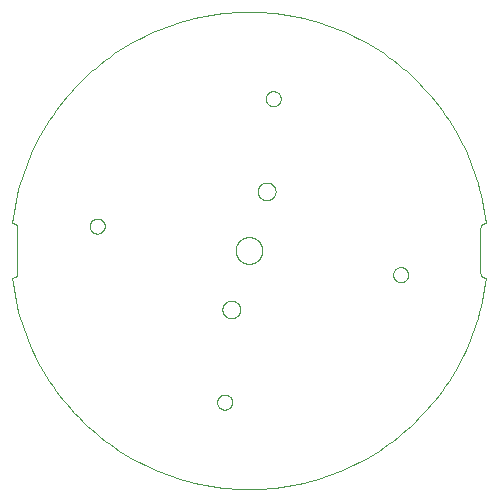
<source format=gko>
G75*
%MOIN*%
%OFA0B0*%
%FSLAX25Y25*%
%IPPOS*%
%LPD*%
%AMOC8*
5,1,8,0,0,1.08239X$1,22.5*
%
%ADD10C,0.00000*%
%ADD11C,0.00039*%
D10*
X0130647Y0090672D02*
X0130649Y0090771D01*
X0130655Y0090871D01*
X0130665Y0090970D01*
X0130679Y0091068D01*
X0130696Y0091166D01*
X0130718Y0091263D01*
X0130743Y0091359D01*
X0130772Y0091454D01*
X0130805Y0091548D01*
X0130842Y0091640D01*
X0130882Y0091731D01*
X0130926Y0091820D01*
X0130974Y0091908D01*
X0131025Y0091993D01*
X0131079Y0092076D01*
X0131136Y0092158D01*
X0131197Y0092236D01*
X0131261Y0092313D01*
X0131327Y0092386D01*
X0131397Y0092457D01*
X0131469Y0092525D01*
X0131544Y0092591D01*
X0131622Y0092653D01*
X0131702Y0092712D01*
X0131784Y0092768D01*
X0131868Y0092820D01*
X0131955Y0092869D01*
X0132043Y0092915D01*
X0132133Y0092957D01*
X0132225Y0092996D01*
X0132318Y0093031D01*
X0132412Y0093062D01*
X0132508Y0093089D01*
X0132605Y0093112D01*
X0132702Y0093132D01*
X0132800Y0093148D01*
X0132899Y0093160D01*
X0132998Y0093168D01*
X0133097Y0093172D01*
X0133197Y0093172D01*
X0133296Y0093168D01*
X0133395Y0093160D01*
X0133494Y0093148D01*
X0133592Y0093132D01*
X0133689Y0093112D01*
X0133786Y0093089D01*
X0133882Y0093062D01*
X0133976Y0093031D01*
X0134069Y0092996D01*
X0134161Y0092957D01*
X0134251Y0092915D01*
X0134339Y0092869D01*
X0134426Y0092820D01*
X0134510Y0092768D01*
X0134592Y0092712D01*
X0134672Y0092653D01*
X0134750Y0092591D01*
X0134825Y0092525D01*
X0134897Y0092457D01*
X0134967Y0092386D01*
X0135033Y0092313D01*
X0135097Y0092236D01*
X0135158Y0092158D01*
X0135215Y0092076D01*
X0135269Y0091993D01*
X0135320Y0091908D01*
X0135368Y0091820D01*
X0135412Y0091731D01*
X0135452Y0091640D01*
X0135489Y0091548D01*
X0135522Y0091454D01*
X0135551Y0091359D01*
X0135576Y0091263D01*
X0135598Y0091166D01*
X0135615Y0091068D01*
X0135629Y0090970D01*
X0135639Y0090871D01*
X0135645Y0090771D01*
X0135647Y0090672D01*
X0135645Y0090573D01*
X0135639Y0090473D01*
X0135629Y0090374D01*
X0135615Y0090276D01*
X0135598Y0090178D01*
X0135576Y0090081D01*
X0135551Y0089985D01*
X0135522Y0089890D01*
X0135489Y0089796D01*
X0135452Y0089704D01*
X0135412Y0089613D01*
X0135368Y0089524D01*
X0135320Y0089436D01*
X0135269Y0089351D01*
X0135215Y0089268D01*
X0135158Y0089186D01*
X0135097Y0089108D01*
X0135033Y0089031D01*
X0134967Y0088958D01*
X0134897Y0088887D01*
X0134825Y0088819D01*
X0134750Y0088753D01*
X0134672Y0088691D01*
X0134592Y0088632D01*
X0134510Y0088576D01*
X0134426Y0088524D01*
X0134339Y0088475D01*
X0134251Y0088429D01*
X0134161Y0088387D01*
X0134069Y0088348D01*
X0133976Y0088313D01*
X0133882Y0088282D01*
X0133786Y0088255D01*
X0133689Y0088232D01*
X0133592Y0088212D01*
X0133494Y0088196D01*
X0133395Y0088184D01*
X0133296Y0088176D01*
X0133197Y0088172D01*
X0133097Y0088172D01*
X0132998Y0088176D01*
X0132899Y0088184D01*
X0132800Y0088196D01*
X0132702Y0088212D01*
X0132605Y0088232D01*
X0132508Y0088255D01*
X0132412Y0088282D01*
X0132318Y0088313D01*
X0132225Y0088348D01*
X0132133Y0088387D01*
X0132043Y0088429D01*
X0131955Y0088475D01*
X0131868Y0088524D01*
X0131784Y0088576D01*
X0131702Y0088632D01*
X0131622Y0088691D01*
X0131544Y0088753D01*
X0131469Y0088819D01*
X0131397Y0088887D01*
X0131327Y0088958D01*
X0131261Y0089031D01*
X0131197Y0089108D01*
X0131136Y0089186D01*
X0131079Y0089268D01*
X0131025Y0089351D01*
X0130974Y0089436D01*
X0130926Y0089524D01*
X0130882Y0089613D01*
X0130842Y0089704D01*
X0130805Y0089796D01*
X0130772Y0089890D01*
X0130743Y0089985D01*
X0130718Y0090081D01*
X0130696Y0090178D01*
X0130679Y0090276D01*
X0130665Y0090374D01*
X0130655Y0090473D01*
X0130649Y0090573D01*
X0130647Y0090672D01*
X0132391Y0121565D02*
X0132393Y0121673D01*
X0132399Y0121782D01*
X0132409Y0121890D01*
X0132423Y0121997D01*
X0132441Y0122104D01*
X0132462Y0122211D01*
X0132488Y0122316D01*
X0132518Y0122421D01*
X0132551Y0122524D01*
X0132588Y0122626D01*
X0132629Y0122726D01*
X0132673Y0122825D01*
X0132722Y0122923D01*
X0132773Y0123018D01*
X0132828Y0123111D01*
X0132887Y0123203D01*
X0132949Y0123292D01*
X0133014Y0123379D01*
X0133082Y0123463D01*
X0133153Y0123545D01*
X0133227Y0123624D01*
X0133304Y0123700D01*
X0133384Y0123774D01*
X0133467Y0123844D01*
X0133552Y0123912D01*
X0133639Y0123976D01*
X0133729Y0124037D01*
X0133821Y0124095D01*
X0133915Y0124149D01*
X0134011Y0124200D01*
X0134108Y0124247D01*
X0134208Y0124291D01*
X0134309Y0124331D01*
X0134411Y0124367D01*
X0134514Y0124399D01*
X0134619Y0124428D01*
X0134725Y0124452D01*
X0134831Y0124473D01*
X0134938Y0124490D01*
X0135046Y0124503D01*
X0135154Y0124512D01*
X0135263Y0124517D01*
X0135371Y0124518D01*
X0135480Y0124515D01*
X0135588Y0124508D01*
X0135696Y0124497D01*
X0135803Y0124482D01*
X0135910Y0124463D01*
X0136016Y0124440D01*
X0136121Y0124414D01*
X0136226Y0124383D01*
X0136328Y0124349D01*
X0136430Y0124311D01*
X0136530Y0124269D01*
X0136629Y0124224D01*
X0136726Y0124175D01*
X0136820Y0124122D01*
X0136913Y0124066D01*
X0137004Y0124007D01*
X0137093Y0123944D01*
X0137179Y0123879D01*
X0137263Y0123810D01*
X0137344Y0123738D01*
X0137422Y0123663D01*
X0137498Y0123585D01*
X0137571Y0123504D01*
X0137641Y0123421D01*
X0137707Y0123336D01*
X0137771Y0123248D01*
X0137831Y0123157D01*
X0137888Y0123065D01*
X0137941Y0122970D01*
X0137991Y0122874D01*
X0138037Y0122776D01*
X0138080Y0122676D01*
X0138119Y0122575D01*
X0138154Y0122472D01*
X0138186Y0122369D01*
X0138213Y0122264D01*
X0138237Y0122158D01*
X0138257Y0122051D01*
X0138273Y0121944D01*
X0138285Y0121836D01*
X0138293Y0121728D01*
X0138297Y0121619D01*
X0138297Y0121511D01*
X0138293Y0121402D01*
X0138285Y0121294D01*
X0138273Y0121186D01*
X0138257Y0121079D01*
X0138237Y0120972D01*
X0138213Y0120866D01*
X0138186Y0120761D01*
X0138154Y0120658D01*
X0138119Y0120555D01*
X0138080Y0120454D01*
X0138037Y0120354D01*
X0137991Y0120256D01*
X0137941Y0120160D01*
X0137888Y0120065D01*
X0137831Y0119973D01*
X0137771Y0119882D01*
X0137707Y0119794D01*
X0137641Y0119709D01*
X0137571Y0119626D01*
X0137498Y0119545D01*
X0137422Y0119467D01*
X0137344Y0119392D01*
X0137263Y0119320D01*
X0137179Y0119251D01*
X0137093Y0119186D01*
X0137004Y0119123D01*
X0136913Y0119064D01*
X0136821Y0119008D01*
X0136726Y0118955D01*
X0136629Y0118906D01*
X0136530Y0118861D01*
X0136430Y0118819D01*
X0136328Y0118781D01*
X0136226Y0118747D01*
X0136121Y0118716D01*
X0136016Y0118690D01*
X0135910Y0118667D01*
X0135803Y0118648D01*
X0135696Y0118633D01*
X0135588Y0118622D01*
X0135480Y0118615D01*
X0135371Y0118612D01*
X0135263Y0118613D01*
X0135154Y0118618D01*
X0135046Y0118627D01*
X0134938Y0118640D01*
X0134831Y0118657D01*
X0134725Y0118678D01*
X0134619Y0118702D01*
X0134514Y0118731D01*
X0134411Y0118763D01*
X0134309Y0118799D01*
X0134208Y0118839D01*
X0134108Y0118883D01*
X0134011Y0118930D01*
X0133915Y0118981D01*
X0133821Y0119035D01*
X0133729Y0119093D01*
X0133639Y0119154D01*
X0133552Y0119218D01*
X0133467Y0119286D01*
X0133384Y0119356D01*
X0133304Y0119430D01*
X0133227Y0119506D01*
X0133153Y0119585D01*
X0133082Y0119667D01*
X0133014Y0119751D01*
X0132949Y0119838D01*
X0132887Y0119927D01*
X0132828Y0120019D01*
X0132773Y0120112D01*
X0132722Y0120207D01*
X0132673Y0120305D01*
X0132629Y0120404D01*
X0132588Y0120504D01*
X0132551Y0120606D01*
X0132518Y0120709D01*
X0132488Y0120814D01*
X0132462Y0120919D01*
X0132441Y0121026D01*
X0132423Y0121133D01*
X0132409Y0121240D01*
X0132399Y0121348D01*
X0132393Y0121457D01*
X0132391Y0121565D01*
X0136800Y0141250D02*
X0136802Y0141383D01*
X0136808Y0141516D01*
X0136818Y0141649D01*
X0136832Y0141781D01*
X0136850Y0141913D01*
X0136872Y0142045D01*
X0136897Y0142175D01*
X0136927Y0142305D01*
X0136960Y0142434D01*
X0136998Y0142562D01*
X0137039Y0142688D01*
X0137084Y0142814D01*
X0137132Y0142938D01*
X0137185Y0143060D01*
X0137241Y0143181D01*
X0137300Y0143300D01*
X0137363Y0143417D01*
X0137430Y0143532D01*
X0137500Y0143646D01*
X0137573Y0143757D01*
X0137650Y0143866D01*
X0137730Y0143972D01*
X0137813Y0144076D01*
X0137899Y0144178D01*
X0137988Y0144277D01*
X0138080Y0144373D01*
X0138175Y0144466D01*
X0138272Y0144557D01*
X0138373Y0144645D01*
X0138475Y0144729D01*
X0138581Y0144811D01*
X0138689Y0144889D01*
X0138799Y0144964D01*
X0138911Y0145036D01*
X0139025Y0145104D01*
X0139141Y0145169D01*
X0139259Y0145230D01*
X0139379Y0145288D01*
X0139501Y0145342D01*
X0139624Y0145392D01*
X0139749Y0145439D01*
X0139875Y0145482D01*
X0140002Y0145521D01*
X0140130Y0145557D01*
X0140260Y0145588D01*
X0140390Y0145616D01*
X0140521Y0145640D01*
X0140653Y0145660D01*
X0140785Y0145676D01*
X0140917Y0145688D01*
X0141050Y0145696D01*
X0141183Y0145700D01*
X0141317Y0145700D01*
X0141450Y0145696D01*
X0141583Y0145688D01*
X0141715Y0145676D01*
X0141847Y0145660D01*
X0141979Y0145640D01*
X0142110Y0145616D01*
X0142240Y0145588D01*
X0142370Y0145557D01*
X0142498Y0145521D01*
X0142625Y0145482D01*
X0142751Y0145439D01*
X0142876Y0145392D01*
X0142999Y0145342D01*
X0143121Y0145288D01*
X0143241Y0145230D01*
X0143359Y0145169D01*
X0143475Y0145104D01*
X0143589Y0145036D01*
X0143701Y0144964D01*
X0143811Y0144889D01*
X0143919Y0144811D01*
X0144025Y0144729D01*
X0144127Y0144645D01*
X0144228Y0144557D01*
X0144325Y0144466D01*
X0144420Y0144373D01*
X0144512Y0144277D01*
X0144601Y0144178D01*
X0144687Y0144076D01*
X0144770Y0143972D01*
X0144850Y0143866D01*
X0144927Y0143757D01*
X0145000Y0143646D01*
X0145070Y0143532D01*
X0145137Y0143417D01*
X0145200Y0143300D01*
X0145259Y0143181D01*
X0145315Y0143060D01*
X0145368Y0142938D01*
X0145416Y0142814D01*
X0145461Y0142688D01*
X0145502Y0142562D01*
X0145540Y0142434D01*
X0145573Y0142305D01*
X0145603Y0142175D01*
X0145628Y0142045D01*
X0145650Y0141913D01*
X0145668Y0141781D01*
X0145682Y0141649D01*
X0145692Y0141516D01*
X0145698Y0141383D01*
X0145700Y0141250D01*
X0145698Y0141117D01*
X0145692Y0140984D01*
X0145682Y0140851D01*
X0145668Y0140719D01*
X0145650Y0140587D01*
X0145628Y0140455D01*
X0145603Y0140325D01*
X0145573Y0140195D01*
X0145540Y0140066D01*
X0145502Y0139938D01*
X0145461Y0139812D01*
X0145416Y0139686D01*
X0145368Y0139562D01*
X0145315Y0139440D01*
X0145259Y0139319D01*
X0145200Y0139200D01*
X0145137Y0139083D01*
X0145070Y0138968D01*
X0145000Y0138854D01*
X0144927Y0138743D01*
X0144850Y0138634D01*
X0144770Y0138528D01*
X0144687Y0138424D01*
X0144601Y0138322D01*
X0144512Y0138223D01*
X0144420Y0138127D01*
X0144325Y0138034D01*
X0144228Y0137943D01*
X0144127Y0137855D01*
X0144025Y0137771D01*
X0143919Y0137689D01*
X0143811Y0137611D01*
X0143701Y0137536D01*
X0143589Y0137464D01*
X0143475Y0137396D01*
X0143359Y0137331D01*
X0143241Y0137270D01*
X0143121Y0137212D01*
X0142999Y0137158D01*
X0142876Y0137108D01*
X0142751Y0137061D01*
X0142625Y0137018D01*
X0142498Y0136979D01*
X0142370Y0136943D01*
X0142240Y0136912D01*
X0142110Y0136884D01*
X0141979Y0136860D01*
X0141847Y0136840D01*
X0141715Y0136824D01*
X0141583Y0136812D01*
X0141450Y0136804D01*
X0141317Y0136800D01*
X0141183Y0136800D01*
X0141050Y0136804D01*
X0140917Y0136812D01*
X0140785Y0136824D01*
X0140653Y0136840D01*
X0140521Y0136860D01*
X0140390Y0136884D01*
X0140260Y0136912D01*
X0140130Y0136943D01*
X0140002Y0136979D01*
X0139875Y0137018D01*
X0139749Y0137061D01*
X0139624Y0137108D01*
X0139501Y0137158D01*
X0139379Y0137212D01*
X0139259Y0137270D01*
X0139141Y0137331D01*
X0139025Y0137396D01*
X0138911Y0137464D01*
X0138799Y0137536D01*
X0138689Y0137611D01*
X0138581Y0137689D01*
X0138475Y0137771D01*
X0138373Y0137855D01*
X0138272Y0137943D01*
X0138175Y0138034D01*
X0138080Y0138127D01*
X0137988Y0138223D01*
X0137899Y0138322D01*
X0137813Y0138424D01*
X0137730Y0138528D01*
X0137650Y0138634D01*
X0137573Y0138743D01*
X0137500Y0138854D01*
X0137430Y0138968D01*
X0137363Y0139083D01*
X0137300Y0139200D01*
X0137241Y0139319D01*
X0137185Y0139440D01*
X0137132Y0139562D01*
X0137084Y0139686D01*
X0137039Y0139812D01*
X0136998Y0139938D01*
X0136960Y0140066D01*
X0136927Y0140195D01*
X0136897Y0140325D01*
X0136872Y0140455D01*
X0136850Y0140587D01*
X0136832Y0140719D01*
X0136818Y0140851D01*
X0136808Y0140984D01*
X0136802Y0141117D01*
X0136800Y0141250D01*
X0144202Y0160935D02*
X0144204Y0161043D01*
X0144210Y0161152D01*
X0144220Y0161260D01*
X0144234Y0161367D01*
X0144252Y0161474D01*
X0144273Y0161581D01*
X0144299Y0161686D01*
X0144329Y0161791D01*
X0144362Y0161894D01*
X0144399Y0161996D01*
X0144440Y0162096D01*
X0144484Y0162195D01*
X0144533Y0162293D01*
X0144584Y0162388D01*
X0144639Y0162481D01*
X0144698Y0162573D01*
X0144760Y0162662D01*
X0144825Y0162749D01*
X0144893Y0162833D01*
X0144964Y0162915D01*
X0145038Y0162994D01*
X0145115Y0163070D01*
X0145195Y0163144D01*
X0145278Y0163214D01*
X0145363Y0163282D01*
X0145450Y0163346D01*
X0145540Y0163407D01*
X0145632Y0163465D01*
X0145726Y0163519D01*
X0145822Y0163570D01*
X0145919Y0163617D01*
X0146019Y0163661D01*
X0146120Y0163701D01*
X0146222Y0163737D01*
X0146325Y0163769D01*
X0146430Y0163798D01*
X0146536Y0163822D01*
X0146642Y0163843D01*
X0146749Y0163860D01*
X0146857Y0163873D01*
X0146965Y0163882D01*
X0147074Y0163887D01*
X0147182Y0163888D01*
X0147291Y0163885D01*
X0147399Y0163878D01*
X0147507Y0163867D01*
X0147614Y0163852D01*
X0147721Y0163833D01*
X0147827Y0163810D01*
X0147932Y0163784D01*
X0148037Y0163753D01*
X0148139Y0163719D01*
X0148241Y0163681D01*
X0148341Y0163639D01*
X0148440Y0163594D01*
X0148537Y0163545D01*
X0148631Y0163492D01*
X0148724Y0163436D01*
X0148815Y0163377D01*
X0148904Y0163314D01*
X0148990Y0163249D01*
X0149074Y0163180D01*
X0149155Y0163108D01*
X0149233Y0163033D01*
X0149309Y0162955D01*
X0149382Y0162874D01*
X0149452Y0162791D01*
X0149518Y0162706D01*
X0149582Y0162618D01*
X0149642Y0162527D01*
X0149699Y0162435D01*
X0149752Y0162340D01*
X0149802Y0162244D01*
X0149848Y0162146D01*
X0149891Y0162046D01*
X0149930Y0161945D01*
X0149965Y0161842D01*
X0149997Y0161739D01*
X0150024Y0161634D01*
X0150048Y0161528D01*
X0150068Y0161421D01*
X0150084Y0161314D01*
X0150096Y0161206D01*
X0150104Y0161098D01*
X0150108Y0160989D01*
X0150108Y0160881D01*
X0150104Y0160772D01*
X0150096Y0160664D01*
X0150084Y0160556D01*
X0150068Y0160449D01*
X0150048Y0160342D01*
X0150024Y0160236D01*
X0149997Y0160131D01*
X0149965Y0160028D01*
X0149930Y0159925D01*
X0149891Y0159824D01*
X0149848Y0159724D01*
X0149802Y0159626D01*
X0149752Y0159530D01*
X0149699Y0159435D01*
X0149642Y0159343D01*
X0149582Y0159252D01*
X0149518Y0159164D01*
X0149452Y0159079D01*
X0149382Y0158996D01*
X0149309Y0158915D01*
X0149233Y0158837D01*
X0149155Y0158762D01*
X0149074Y0158690D01*
X0148990Y0158621D01*
X0148904Y0158556D01*
X0148815Y0158493D01*
X0148724Y0158434D01*
X0148632Y0158378D01*
X0148537Y0158325D01*
X0148440Y0158276D01*
X0148341Y0158231D01*
X0148241Y0158189D01*
X0148139Y0158151D01*
X0148037Y0158117D01*
X0147932Y0158086D01*
X0147827Y0158060D01*
X0147721Y0158037D01*
X0147614Y0158018D01*
X0147507Y0158003D01*
X0147399Y0157992D01*
X0147291Y0157985D01*
X0147182Y0157982D01*
X0147074Y0157983D01*
X0146965Y0157988D01*
X0146857Y0157997D01*
X0146749Y0158010D01*
X0146642Y0158027D01*
X0146536Y0158048D01*
X0146430Y0158072D01*
X0146325Y0158101D01*
X0146222Y0158133D01*
X0146120Y0158169D01*
X0146019Y0158209D01*
X0145919Y0158253D01*
X0145822Y0158300D01*
X0145726Y0158351D01*
X0145632Y0158405D01*
X0145540Y0158463D01*
X0145450Y0158524D01*
X0145363Y0158588D01*
X0145278Y0158656D01*
X0145195Y0158726D01*
X0145115Y0158800D01*
X0145038Y0158876D01*
X0144964Y0158955D01*
X0144893Y0159037D01*
X0144825Y0159121D01*
X0144760Y0159208D01*
X0144698Y0159297D01*
X0144639Y0159389D01*
X0144584Y0159482D01*
X0144533Y0159577D01*
X0144484Y0159675D01*
X0144440Y0159774D01*
X0144399Y0159874D01*
X0144362Y0159976D01*
X0144329Y0160079D01*
X0144299Y0160184D01*
X0144273Y0160289D01*
X0144252Y0160396D01*
X0144234Y0160503D01*
X0144220Y0160610D01*
X0144210Y0160718D01*
X0144204Y0160827D01*
X0144202Y0160935D01*
X0146852Y0191828D02*
X0146854Y0191927D01*
X0146860Y0192027D01*
X0146870Y0192126D01*
X0146884Y0192224D01*
X0146901Y0192322D01*
X0146923Y0192419D01*
X0146948Y0192515D01*
X0146977Y0192610D01*
X0147010Y0192704D01*
X0147047Y0192796D01*
X0147087Y0192887D01*
X0147131Y0192976D01*
X0147179Y0193064D01*
X0147230Y0193149D01*
X0147284Y0193232D01*
X0147341Y0193314D01*
X0147402Y0193392D01*
X0147466Y0193469D01*
X0147532Y0193542D01*
X0147602Y0193613D01*
X0147674Y0193681D01*
X0147749Y0193747D01*
X0147827Y0193809D01*
X0147907Y0193868D01*
X0147989Y0193924D01*
X0148073Y0193976D01*
X0148160Y0194025D01*
X0148248Y0194071D01*
X0148338Y0194113D01*
X0148430Y0194152D01*
X0148523Y0194187D01*
X0148617Y0194218D01*
X0148713Y0194245D01*
X0148810Y0194268D01*
X0148907Y0194288D01*
X0149005Y0194304D01*
X0149104Y0194316D01*
X0149203Y0194324D01*
X0149302Y0194328D01*
X0149402Y0194328D01*
X0149501Y0194324D01*
X0149600Y0194316D01*
X0149699Y0194304D01*
X0149797Y0194288D01*
X0149894Y0194268D01*
X0149991Y0194245D01*
X0150087Y0194218D01*
X0150181Y0194187D01*
X0150274Y0194152D01*
X0150366Y0194113D01*
X0150456Y0194071D01*
X0150544Y0194025D01*
X0150631Y0193976D01*
X0150715Y0193924D01*
X0150797Y0193868D01*
X0150877Y0193809D01*
X0150955Y0193747D01*
X0151030Y0193681D01*
X0151102Y0193613D01*
X0151172Y0193542D01*
X0151238Y0193469D01*
X0151302Y0193392D01*
X0151363Y0193314D01*
X0151420Y0193232D01*
X0151474Y0193149D01*
X0151525Y0193064D01*
X0151573Y0192976D01*
X0151617Y0192887D01*
X0151657Y0192796D01*
X0151694Y0192704D01*
X0151727Y0192610D01*
X0151756Y0192515D01*
X0151781Y0192419D01*
X0151803Y0192322D01*
X0151820Y0192224D01*
X0151834Y0192126D01*
X0151844Y0192027D01*
X0151850Y0191927D01*
X0151852Y0191828D01*
X0151850Y0191729D01*
X0151844Y0191629D01*
X0151834Y0191530D01*
X0151820Y0191432D01*
X0151803Y0191334D01*
X0151781Y0191237D01*
X0151756Y0191141D01*
X0151727Y0191046D01*
X0151694Y0190952D01*
X0151657Y0190860D01*
X0151617Y0190769D01*
X0151573Y0190680D01*
X0151525Y0190592D01*
X0151474Y0190507D01*
X0151420Y0190424D01*
X0151363Y0190342D01*
X0151302Y0190264D01*
X0151238Y0190187D01*
X0151172Y0190114D01*
X0151102Y0190043D01*
X0151030Y0189975D01*
X0150955Y0189909D01*
X0150877Y0189847D01*
X0150797Y0189788D01*
X0150715Y0189732D01*
X0150631Y0189680D01*
X0150544Y0189631D01*
X0150456Y0189585D01*
X0150366Y0189543D01*
X0150274Y0189504D01*
X0150181Y0189469D01*
X0150087Y0189438D01*
X0149991Y0189411D01*
X0149894Y0189388D01*
X0149797Y0189368D01*
X0149699Y0189352D01*
X0149600Y0189340D01*
X0149501Y0189332D01*
X0149402Y0189328D01*
X0149302Y0189328D01*
X0149203Y0189332D01*
X0149104Y0189340D01*
X0149005Y0189352D01*
X0148907Y0189368D01*
X0148810Y0189388D01*
X0148713Y0189411D01*
X0148617Y0189438D01*
X0148523Y0189469D01*
X0148430Y0189504D01*
X0148338Y0189543D01*
X0148248Y0189585D01*
X0148160Y0189631D01*
X0148073Y0189680D01*
X0147989Y0189732D01*
X0147907Y0189788D01*
X0147827Y0189847D01*
X0147749Y0189909D01*
X0147674Y0189975D01*
X0147602Y0190043D01*
X0147532Y0190114D01*
X0147466Y0190187D01*
X0147402Y0190264D01*
X0147341Y0190342D01*
X0147284Y0190424D01*
X0147230Y0190507D01*
X0147179Y0190592D01*
X0147131Y0190680D01*
X0147087Y0190769D01*
X0147047Y0190860D01*
X0147010Y0190952D01*
X0146977Y0191046D01*
X0146948Y0191141D01*
X0146923Y0191237D01*
X0146901Y0191334D01*
X0146884Y0191432D01*
X0146870Y0191530D01*
X0146860Y0191629D01*
X0146854Y0191729D01*
X0146852Y0191828D01*
X0088172Y0149352D02*
X0088174Y0149451D01*
X0088180Y0149551D01*
X0088190Y0149650D01*
X0088204Y0149748D01*
X0088221Y0149846D01*
X0088243Y0149943D01*
X0088268Y0150039D01*
X0088297Y0150134D01*
X0088330Y0150228D01*
X0088367Y0150320D01*
X0088407Y0150411D01*
X0088451Y0150500D01*
X0088499Y0150588D01*
X0088550Y0150673D01*
X0088604Y0150756D01*
X0088661Y0150838D01*
X0088722Y0150916D01*
X0088786Y0150993D01*
X0088852Y0151066D01*
X0088922Y0151137D01*
X0088994Y0151205D01*
X0089069Y0151271D01*
X0089147Y0151333D01*
X0089227Y0151392D01*
X0089309Y0151448D01*
X0089393Y0151500D01*
X0089480Y0151549D01*
X0089568Y0151595D01*
X0089658Y0151637D01*
X0089750Y0151676D01*
X0089843Y0151711D01*
X0089937Y0151742D01*
X0090033Y0151769D01*
X0090130Y0151792D01*
X0090227Y0151812D01*
X0090325Y0151828D01*
X0090424Y0151840D01*
X0090523Y0151848D01*
X0090622Y0151852D01*
X0090722Y0151852D01*
X0090821Y0151848D01*
X0090920Y0151840D01*
X0091019Y0151828D01*
X0091117Y0151812D01*
X0091214Y0151792D01*
X0091311Y0151769D01*
X0091407Y0151742D01*
X0091501Y0151711D01*
X0091594Y0151676D01*
X0091686Y0151637D01*
X0091776Y0151595D01*
X0091864Y0151549D01*
X0091951Y0151500D01*
X0092035Y0151448D01*
X0092117Y0151392D01*
X0092197Y0151333D01*
X0092275Y0151271D01*
X0092350Y0151205D01*
X0092422Y0151137D01*
X0092492Y0151066D01*
X0092558Y0150993D01*
X0092622Y0150916D01*
X0092683Y0150838D01*
X0092740Y0150756D01*
X0092794Y0150673D01*
X0092845Y0150588D01*
X0092893Y0150500D01*
X0092937Y0150411D01*
X0092977Y0150320D01*
X0093014Y0150228D01*
X0093047Y0150134D01*
X0093076Y0150039D01*
X0093101Y0149943D01*
X0093123Y0149846D01*
X0093140Y0149748D01*
X0093154Y0149650D01*
X0093164Y0149551D01*
X0093170Y0149451D01*
X0093172Y0149352D01*
X0093170Y0149253D01*
X0093164Y0149153D01*
X0093154Y0149054D01*
X0093140Y0148956D01*
X0093123Y0148858D01*
X0093101Y0148761D01*
X0093076Y0148665D01*
X0093047Y0148570D01*
X0093014Y0148476D01*
X0092977Y0148384D01*
X0092937Y0148293D01*
X0092893Y0148204D01*
X0092845Y0148116D01*
X0092794Y0148031D01*
X0092740Y0147948D01*
X0092683Y0147866D01*
X0092622Y0147788D01*
X0092558Y0147711D01*
X0092492Y0147638D01*
X0092422Y0147567D01*
X0092350Y0147499D01*
X0092275Y0147433D01*
X0092197Y0147371D01*
X0092117Y0147312D01*
X0092035Y0147256D01*
X0091951Y0147204D01*
X0091864Y0147155D01*
X0091776Y0147109D01*
X0091686Y0147067D01*
X0091594Y0147028D01*
X0091501Y0146993D01*
X0091407Y0146962D01*
X0091311Y0146935D01*
X0091214Y0146912D01*
X0091117Y0146892D01*
X0091019Y0146876D01*
X0090920Y0146864D01*
X0090821Y0146856D01*
X0090722Y0146852D01*
X0090622Y0146852D01*
X0090523Y0146856D01*
X0090424Y0146864D01*
X0090325Y0146876D01*
X0090227Y0146892D01*
X0090130Y0146912D01*
X0090033Y0146935D01*
X0089937Y0146962D01*
X0089843Y0146993D01*
X0089750Y0147028D01*
X0089658Y0147067D01*
X0089568Y0147109D01*
X0089480Y0147155D01*
X0089393Y0147204D01*
X0089309Y0147256D01*
X0089227Y0147312D01*
X0089147Y0147371D01*
X0089069Y0147433D01*
X0088994Y0147499D01*
X0088922Y0147567D01*
X0088852Y0147638D01*
X0088786Y0147711D01*
X0088722Y0147788D01*
X0088661Y0147866D01*
X0088604Y0147948D01*
X0088550Y0148031D01*
X0088499Y0148116D01*
X0088451Y0148204D01*
X0088407Y0148293D01*
X0088367Y0148384D01*
X0088330Y0148476D01*
X0088297Y0148570D01*
X0088268Y0148665D01*
X0088243Y0148761D01*
X0088221Y0148858D01*
X0088204Y0148956D01*
X0088190Y0149054D01*
X0088180Y0149153D01*
X0088174Y0149253D01*
X0088172Y0149352D01*
X0189328Y0133147D02*
X0189330Y0133246D01*
X0189336Y0133346D01*
X0189346Y0133445D01*
X0189360Y0133543D01*
X0189377Y0133641D01*
X0189399Y0133738D01*
X0189424Y0133834D01*
X0189453Y0133929D01*
X0189486Y0134023D01*
X0189523Y0134115D01*
X0189563Y0134206D01*
X0189607Y0134295D01*
X0189655Y0134383D01*
X0189706Y0134468D01*
X0189760Y0134551D01*
X0189817Y0134633D01*
X0189878Y0134711D01*
X0189942Y0134788D01*
X0190008Y0134861D01*
X0190078Y0134932D01*
X0190150Y0135000D01*
X0190225Y0135066D01*
X0190303Y0135128D01*
X0190383Y0135187D01*
X0190465Y0135243D01*
X0190549Y0135295D01*
X0190636Y0135344D01*
X0190724Y0135390D01*
X0190814Y0135432D01*
X0190906Y0135471D01*
X0190999Y0135506D01*
X0191093Y0135537D01*
X0191189Y0135564D01*
X0191286Y0135587D01*
X0191383Y0135607D01*
X0191481Y0135623D01*
X0191580Y0135635D01*
X0191679Y0135643D01*
X0191778Y0135647D01*
X0191878Y0135647D01*
X0191977Y0135643D01*
X0192076Y0135635D01*
X0192175Y0135623D01*
X0192273Y0135607D01*
X0192370Y0135587D01*
X0192467Y0135564D01*
X0192563Y0135537D01*
X0192657Y0135506D01*
X0192750Y0135471D01*
X0192842Y0135432D01*
X0192932Y0135390D01*
X0193020Y0135344D01*
X0193107Y0135295D01*
X0193191Y0135243D01*
X0193273Y0135187D01*
X0193353Y0135128D01*
X0193431Y0135066D01*
X0193506Y0135000D01*
X0193578Y0134932D01*
X0193648Y0134861D01*
X0193714Y0134788D01*
X0193778Y0134711D01*
X0193839Y0134633D01*
X0193896Y0134551D01*
X0193950Y0134468D01*
X0194001Y0134383D01*
X0194049Y0134295D01*
X0194093Y0134206D01*
X0194133Y0134115D01*
X0194170Y0134023D01*
X0194203Y0133929D01*
X0194232Y0133834D01*
X0194257Y0133738D01*
X0194279Y0133641D01*
X0194296Y0133543D01*
X0194310Y0133445D01*
X0194320Y0133346D01*
X0194326Y0133246D01*
X0194328Y0133147D01*
X0194326Y0133048D01*
X0194320Y0132948D01*
X0194310Y0132849D01*
X0194296Y0132751D01*
X0194279Y0132653D01*
X0194257Y0132556D01*
X0194232Y0132460D01*
X0194203Y0132365D01*
X0194170Y0132271D01*
X0194133Y0132179D01*
X0194093Y0132088D01*
X0194049Y0131999D01*
X0194001Y0131911D01*
X0193950Y0131826D01*
X0193896Y0131743D01*
X0193839Y0131661D01*
X0193778Y0131583D01*
X0193714Y0131506D01*
X0193648Y0131433D01*
X0193578Y0131362D01*
X0193506Y0131294D01*
X0193431Y0131228D01*
X0193353Y0131166D01*
X0193273Y0131107D01*
X0193191Y0131051D01*
X0193107Y0130999D01*
X0193020Y0130950D01*
X0192932Y0130904D01*
X0192842Y0130862D01*
X0192750Y0130823D01*
X0192657Y0130788D01*
X0192563Y0130757D01*
X0192467Y0130730D01*
X0192370Y0130707D01*
X0192273Y0130687D01*
X0192175Y0130671D01*
X0192076Y0130659D01*
X0191977Y0130651D01*
X0191878Y0130647D01*
X0191778Y0130647D01*
X0191679Y0130651D01*
X0191580Y0130659D01*
X0191481Y0130671D01*
X0191383Y0130687D01*
X0191286Y0130707D01*
X0191189Y0130730D01*
X0191093Y0130757D01*
X0190999Y0130788D01*
X0190906Y0130823D01*
X0190814Y0130862D01*
X0190724Y0130904D01*
X0190636Y0130950D01*
X0190549Y0130999D01*
X0190465Y0131051D01*
X0190383Y0131107D01*
X0190303Y0131166D01*
X0190225Y0131228D01*
X0190150Y0131294D01*
X0190078Y0131362D01*
X0190008Y0131433D01*
X0189942Y0131506D01*
X0189878Y0131583D01*
X0189817Y0131661D01*
X0189760Y0131743D01*
X0189706Y0131826D01*
X0189655Y0131911D01*
X0189607Y0131999D01*
X0189563Y0132088D01*
X0189523Y0132179D01*
X0189486Y0132271D01*
X0189453Y0132365D01*
X0189424Y0132460D01*
X0189399Y0132556D01*
X0189377Y0132653D01*
X0189360Y0132751D01*
X0189346Y0132849D01*
X0189336Y0132948D01*
X0189330Y0133048D01*
X0189328Y0133147D01*
D11*
X0218415Y0133770D02*
X0218415Y0148730D01*
X0218417Y0148807D01*
X0218423Y0148884D01*
X0218432Y0148961D01*
X0218445Y0149037D01*
X0218462Y0149113D01*
X0218483Y0149187D01*
X0218507Y0149261D01*
X0218535Y0149333D01*
X0218566Y0149403D01*
X0218601Y0149472D01*
X0218639Y0149540D01*
X0218680Y0149605D01*
X0218725Y0149668D01*
X0218773Y0149729D01*
X0218823Y0149788D01*
X0218876Y0149844D01*
X0218932Y0149897D01*
X0218991Y0149947D01*
X0219052Y0149995D01*
X0219115Y0150040D01*
X0219180Y0150081D01*
X0219248Y0150119D01*
X0219317Y0150154D01*
X0219387Y0150185D01*
X0219459Y0150213D01*
X0219533Y0150237D01*
X0219607Y0150258D01*
X0219683Y0150275D01*
X0219759Y0150288D01*
X0219836Y0150297D01*
X0219913Y0150303D01*
X0219990Y0150305D01*
X0220266Y0150305D01*
X0218415Y0133770D02*
X0218417Y0133693D01*
X0218423Y0133616D01*
X0218432Y0133539D01*
X0218445Y0133463D01*
X0218462Y0133387D01*
X0218483Y0133313D01*
X0218507Y0133239D01*
X0218535Y0133167D01*
X0218566Y0133097D01*
X0218601Y0133028D01*
X0218639Y0132960D01*
X0218680Y0132895D01*
X0218725Y0132832D01*
X0218773Y0132771D01*
X0218823Y0132712D01*
X0218876Y0132656D01*
X0218932Y0132603D01*
X0218991Y0132553D01*
X0219052Y0132505D01*
X0219115Y0132460D01*
X0219180Y0132419D01*
X0219248Y0132381D01*
X0219317Y0132346D01*
X0219387Y0132315D01*
X0219459Y0132287D01*
X0219533Y0132263D01*
X0219607Y0132242D01*
X0219683Y0132225D01*
X0219759Y0132212D01*
X0219836Y0132203D01*
X0219913Y0132197D01*
X0219990Y0132195D01*
X0220266Y0132195D01*
X0220020Y0130263D01*
X0219728Y0128338D01*
X0219388Y0126421D01*
X0219002Y0124513D01*
X0218569Y0122614D01*
X0218090Y0120727D01*
X0217564Y0118852D01*
X0216993Y0116991D01*
X0216376Y0115144D01*
X0215715Y0113313D01*
X0215009Y0111498D01*
X0214258Y0109702D01*
X0213464Y0107924D01*
X0212627Y0106166D01*
X0211746Y0104429D01*
X0210824Y0102714D01*
X0209860Y0101023D01*
X0208854Y0099355D01*
X0207808Y0097713D01*
X0206723Y0096097D01*
X0205598Y0094507D01*
X0204434Y0092946D01*
X0203233Y0091414D01*
X0201994Y0089912D01*
X0200719Y0088440D01*
X0199409Y0087000D01*
X0198063Y0085593D01*
X0196684Y0084218D01*
X0195271Y0082879D01*
X0193826Y0081574D01*
X0192349Y0080304D01*
X0190842Y0079072D01*
X0189305Y0077876D01*
X0187739Y0076719D01*
X0186146Y0075600D01*
X0184525Y0074521D01*
X0182879Y0073482D01*
X0181207Y0072483D01*
X0179512Y0071525D01*
X0177793Y0070610D01*
X0176053Y0069736D01*
X0174292Y0068906D01*
X0172511Y0068118D01*
X0170712Y0067375D01*
X0168894Y0066676D01*
X0167061Y0066022D01*
X0165211Y0065412D01*
X0163348Y0064848D01*
X0161471Y0064330D01*
X0159582Y0063858D01*
X0157682Y0063433D01*
X0155772Y0063054D01*
X0153853Y0062722D01*
X0151927Y0062437D01*
X0149994Y0062199D01*
X0148057Y0062009D01*
X0146115Y0061866D01*
X0144170Y0061771D01*
X0142224Y0061723D01*
X0140276Y0061723D01*
X0138330Y0061771D01*
X0136385Y0061866D01*
X0134443Y0062009D01*
X0132506Y0062199D01*
X0130573Y0062437D01*
X0128647Y0062722D01*
X0126728Y0063054D01*
X0124818Y0063433D01*
X0122918Y0063858D01*
X0121029Y0064330D01*
X0119152Y0064848D01*
X0117289Y0065412D01*
X0115439Y0066022D01*
X0113606Y0066676D01*
X0111788Y0067375D01*
X0109989Y0068118D01*
X0108208Y0068906D01*
X0106447Y0069736D01*
X0104707Y0070610D01*
X0102988Y0071525D01*
X0101293Y0072483D01*
X0099621Y0073482D01*
X0097975Y0074521D01*
X0096354Y0075600D01*
X0094761Y0076719D01*
X0093195Y0077876D01*
X0091658Y0079072D01*
X0090151Y0080304D01*
X0088674Y0081574D01*
X0087229Y0082879D01*
X0085816Y0084218D01*
X0084437Y0085593D01*
X0083091Y0087000D01*
X0081781Y0088440D01*
X0080506Y0089912D01*
X0079267Y0091414D01*
X0078066Y0092946D01*
X0076902Y0094507D01*
X0075777Y0096097D01*
X0074692Y0097713D01*
X0073646Y0099355D01*
X0072640Y0101023D01*
X0071676Y0102714D01*
X0070754Y0104429D01*
X0069873Y0106166D01*
X0069036Y0107924D01*
X0068242Y0109701D01*
X0067491Y0111498D01*
X0066785Y0113313D01*
X0066124Y0115144D01*
X0065507Y0116991D01*
X0064936Y0118852D01*
X0064410Y0120727D01*
X0063931Y0122614D01*
X0063498Y0124513D01*
X0063112Y0126421D01*
X0062772Y0128338D01*
X0062480Y0130263D01*
X0062234Y0132195D01*
X0062510Y0132195D01*
X0062587Y0132197D01*
X0062664Y0132203D01*
X0062741Y0132212D01*
X0062817Y0132225D01*
X0062893Y0132242D01*
X0062967Y0132263D01*
X0063041Y0132287D01*
X0063113Y0132315D01*
X0063183Y0132346D01*
X0063252Y0132381D01*
X0063320Y0132419D01*
X0063385Y0132460D01*
X0063448Y0132505D01*
X0063509Y0132553D01*
X0063568Y0132603D01*
X0063624Y0132656D01*
X0063677Y0132712D01*
X0063727Y0132771D01*
X0063775Y0132832D01*
X0063820Y0132895D01*
X0063861Y0132960D01*
X0063899Y0133028D01*
X0063934Y0133097D01*
X0063965Y0133167D01*
X0063993Y0133239D01*
X0064017Y0133313D01*
X0064038Y0133387D01*
X0064055Y0133463D01*
X0064068Y0133539D01*
X0064077Y0133616D01*
X0064083Y0133693D01*
X0064085Y0133770D01*
X0064085Y0148730D01*
X0064083Y0148807D01*
X0064077Y0148884D01*
X0064068Y0148961D01*
X0064055Y0149037D01*
X0064038Y0149113D01*
X0064017Y0149187D01*
X0063993Y0149261D01*
X0063965Y0149333D01*
X0063934Y0149403D01*
X0063899Y0149472D01*
X0063861Y0149540D01*
X0063820Y0149605D01*
X0063775Y0149668D01*
X0063727Y0149729D01*
X0063677Y0149788D01*
X0063624Y0149844D01*
X0063568Y0149897D01*
X0063509Y0149947D01*
X0063448Y0149995D01*
X0063385Y0150040D01*
X0063320Y0150081D01*
X0063252Y0150119D01*
X0063183Y0150154D01*
X0063113Y0150185D01*
X0063041Y0150213D01*
X0062967Y0150237D01*
X0062893Y0150258D01*
X0062817Y0150275D01*
X0062741Y0150288D01*
X0062664Y0150297D01*
X0062587Y0150303D01*
X0062510Y0150305D01*
X0062234Y0150305D01*
X0062480Y0152237D01*
X0062772Y0154162D01*
X0063112Y0156079D01*
X0063498Y0157987D01*
X0063931Y0159886D01*
X0064410Y0161773D01*
X0064936Y0163648D01*
X0065507Y0165509D01*
X0066124Y0167356D01*
X0066785Y0169187D01*
X0067491Y0171002D01*
X0068242Y0172798D01*
X0069036Y0174576D01*
X0069873Y0176334D01*
X0070754Y0178071D01*
X0071676Y0179786D01*
X0072640Y0181477D01*
X0073646Y0183145D01*
X0074692Y0184787D01*
X0075777Y0186403D01*
X0076902Y0187993D01*
X0078066Y0189554D01*
X0079267Y0191086D01*
X0080506Y0192588D01*
X0081781Y0194060D01*
X0083091Y0195500D01*
X0084437Y0196907D01*
X0085816Y0198282D01*
X0087229Y0199621D01*
X0088674Y0200926D01*
X0090151Y0202196D01*
X0091658Y0203428D01*
X0093195Y0204624D01*
X0094761Y0205781D01*
X0096354Y0206900D01*
X0097975Y0207979D01*
X0099621Y0209018D01*
X0101293Y0210017D01*
X0102988Y0210975D01*
X0104707Y0211890D01*
X0106447Y0212764D01*
X0108208Y0213594D01*
X0109989Y0214382D01*
X0111788Y0215125D01*
X0113606Y0215824D01*
X0115439Y0216478D01*
X0117289Y0217088D01*
X0119152Y0217652D01*
X0121029Y0218170D01*
X0122918Y0218642D01*
X0124818Y0219067D01*
X0126728Y0219446D01*
X0128647Y0219778D01*
X0130573Y0220063D01*
X0132506Y0220301D01*
X0134443Y0220491D01*
X0136385Y0220634D01*
X0138330Y0220729D01*
X0140276Y0220777D01*
X0142224Y0220777D01*
X0144170Y0220729D01*
X0146115Y0220634D01*
X0148057Y0220491D01*
X0149994Y0220301D01*
X0151927Y0220063D01*
X0153853Y0219778D01*
X0155772Y0219446D01*
X0157682Y0219067D01*
X0159582Y0218642D01*
X0161471Y0218170D01*
X0163348Y0217652D01*
X0165211Y0217088D01*
X0167061Y0216478D01*
X0168894Y0215824D01*
X0170712Y0215125D01*
X0172511Y0214382D01*
X0174292Y0213594D01*
X0176053Y0212764D01*
X0177793Y0211890D01*
X0179512Y0210975D01*
X0181207Y0210017D01*
X0182879Y0209018D01*
X0184525Y0207979D01*
X0186146Y0206900D01*
X0187739Y0205781D01*
X0189305Y0204624D01*
X0190842Y0203428D01*
X0192349Y0202196D01*
X0193826Y0200926D01*
X0195271Y0199621D01*
X0196684Y0198282D01*
X0198063Y0196907D01*
X0199409Y0195500D01*
X0200719Y0194060D01*
X0201994Y0192588D01*
X0203233Y0191086D01*
X0204434Y0189554D01*
X0205598Y0187993D01*
X0206723Y0186403D01*
X0207808Y0184787D01*
X0208854Y0183145D01*
X0209860Y0181477D01*
X0210824Y0179786D01*
X0211746Y0178071D01*
X0212627Y0176334D01*
X0213464Y0174576D01*
X0214258Y0172799D01*
X0215009Y0171002D01*
X0215715Y0169187D01*
X0216376Y0167356D01*
X0216993Y0165509D01*
X0217564Y0163648D01*
X0218090Y0161773D01*
X0218569Y0159886D01*
X0219002Y0157987D01*
X0219388Y0156079D01*
X0219728Y0154162D01*
X0220020Y0152237D01*
X0220266Y0150305D01*
M02*

</source>
